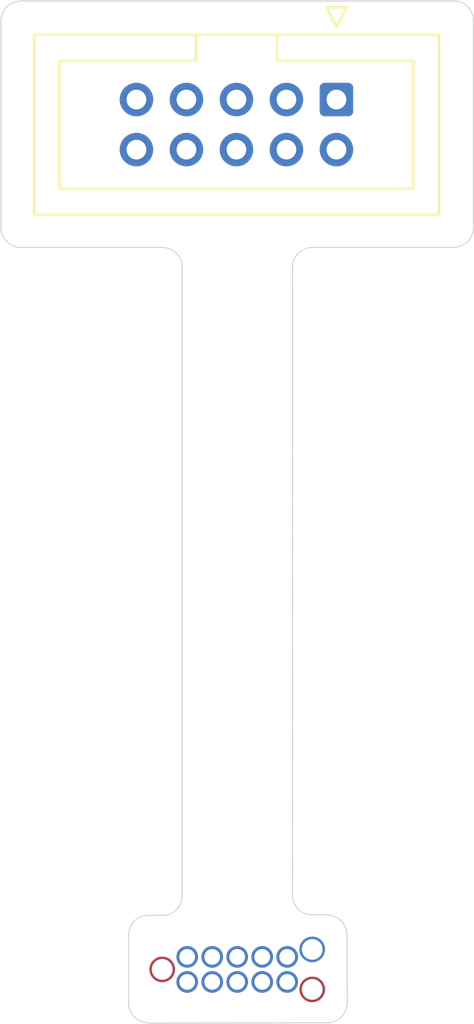
<source format=kicad_pcb>
(kicad_pcb (version 20241229) (generator "pcbnew") (generator_version "9.0")
  (layers (0 "F.Cu" signal) (2 "B.Cu" signal) (13 "F.Paste" user) (15 "B.Paste" user) (5 "F.SilkS" user "F.Silkscreen") (7 "B.SilkS" user "B.Silkscreen") (1 "F.Mask" user) (3 "B.Mask" user) (25 "Edge.Cuts" user))
  (net 0 "")
  (footprint "Connector_IDC:IDC-Header_2x05_P2.54mm_Vertical" (layer "F.Cu") (at 142.04 47.5 -90)
    (property "Reference" "REF**" (hide yes))
    (property "Value" "IDC-Header_2x05_P2.54mm_Vertical" (hide yes))
    (fp_line (start -3.29 15.37) (end -3.29 -5.21) (stroke (width 0.12)) (layer "F.SilkS"))
    (fp_line (start 5.83 15.37) (end -3.29 15.37) (stroke (width 0.12)) (layer "F.SilkS"))
    (fp_line (start -1.98 14.07) (end -1.98 7.13) (stroke (width 0.12)) (layer "F.SilkS"))
    (fp_line (start 4.52 14.07) (end -1.98 14.07) (stroke (width 0.12)) (layer "F.SilkS"))
    (fp_line (start -1.98 7.13) (end -3.29 7.13) (stroke (width 0.12)) (layer "F.SilkS"))
    (fp_line (start -1.98 7.13) (end -1.98 7.13) (stroke (width 0.12)) (layer "F.SilkS"))
    (fp_line (start -3.29 3.03) (end -1.98 3.03) (stroke (width 0.12)) (layer "F.SilkS"))
    (fp_line (start -1.98 3.03) (end -1.98 -3.91) (stroke (width 0.12)) (layer "F.SilkS"))
    (fp_line (start -4.68 0.5) (end -3.68 0) (stroke (width 0.12)) (layer "F.SilkS"))
    (fp_line (start -3.68 0) (end -4.68 -0.5) (stroke (width 0.12)) (layer "F.SilkS"))
    (fp_line (start -4.68 -0.5) (end -4.68 0.5) (stroke (width 0.12)) (layer "F.SilkS"))
    (fp_line (start -1.98 -3.91) (end 4.52 -3.91) (stroke (width 0.12)) (layer "F.SilkS"))
    (fp_line (start 4.52 -3.91) (end 4.52 14.07) (stroke (width 0.12)) (layer "F.SilkS"))
    (fp_line (start -3.29 -5.21) (end 5.83 -5.21) (stroke (width 0.12)) (layer "F.SilkS"))
    (fp_line (start 5.83 -5.21) (end 5.83 15.37) (stroke (width 0.12)) (layer "F.SilkS"))
    (pad "1" thru_hole roundrect (at 0 0 270) (size 1.7 1.7) (drill 1) (layers "*.Cu" "*.Mask") (roundrect_rratio 0.147059))
    (pad "2" thru_hole circle (at 2.54 0 270) (size 1.7 1.7) (drill 1) (layers "*.Cu" "*.Mask"))
    (pad "3" thru_hole circle (at 0 2.54 270) (size 1.7 1.7) (drill 1) (layers "*.Cu" "*.Mask"))
    (pad "4" thru_hole circle (at 2.54 2.54 270) (size 1.7 1.7) (drill 1) (layers "*.Cu" "*.Mask"))
    (pad "5" thru_hole circle (at 0 5.08 270) (size 1.7 1.7) (drill 1) (layers "*.Cu" "*.Mask"))
    (pad "6" thru_hole circle (at 2.54 5.08 270) (size 1.7 1.7) (drill 1) (layers "*.Cu" "*.Mask"))
    (pad "7" thru_hole circle (at 0 7.62 270) (size 1.7 1.7) (drill 1) (layers "*.Cu" "*.Mask"))
    (pad "8" thru_hole circle (at 2.54 7.62 270) (size 1.7 1.7) (drill 1) (layers "*.Cu" "*.Mask"))
    (pad "9" thru_hole circle (at 0 10.16 270) (size 1.7 1.7) (drill 1) (layers "*.Cu" "*.Mask"))
    (pad "10" thru_hole circle (at 2.54 10.16 270) (size 1.7 1.7) (drill 1) (layers "*.Cu" "*.Mask"))
  )
  (footprint "Needle:Needle_pad" (layer "F.Cu") (at 134.46 90.99)
    (property "Reference" "REF**" (hide yes))
    (property "Value" "Needle_pad" (hide yes))
    (pad "1" thru_hole circle (at 0 0) (size 0.8 0.8) (drill 0.8) (layers "*.Cu" "*.Mask"))
    (pad "1" connect circle (at 0 0) (size 1.1 1.1) (layers "F.Cu" "F.Mask"))
    (pad "1" connect circle (at 0 0) (size 1.1 1.1) (layers "B.Cu" "B.Mask"))
  )
  (footprint "Needle:Needle_pad" (layer "F.Cu") (at 138.27 90.99)
    (property "Reference" "REF**" (hide yes))
    (property "Value" "Needle_pad" (hide yes))
    (pad "1" thru_hole circle (at 0 0) (size 0.8 0.8) (drill 0.8) (layers "*.Cu" "*.Mask"))
    (pad "1" connect circle (at 0 0) (size 1.1 1.1) (layers "F.Cu" "F.Mask"))
    (pad "1" connect circle (at 0 0) (size 1.1 1.1) (layers "B.Cu" "B.Mask"))
  )
  (footprint "Needle:Needle_pad" (layer "F.Cu") (at 139.54 90.99)
    (property "Reference" "REF**" (hide yes))
    (property "Value" "Needle_pad" (hide yes))
    (pad "1" thru_hole circle (at 0 0) (size 0.8 0.8) (drill 0.8) (layers "*.Cu" "*.Mask"))
    (pad "1" connect circle (at 0 0) (size 1.1 1.1) (layers "F.Cu" "F.Mask"))
    (pad "1" connect circle (at 0 0) (size 1.1 1.1) (layers "B.Cu" "B.Mask"))
  )
  (footprint "Needle:Needle_pad" (layer "F.Cu") (at 134.46 92.26)
    (property "Reference" "REF**" (hide yes))
    (property "Value" "Needle_pad" (hide yes))
    (pad "1" thru_hole circle (at 0 0) (size 0.8 0.8) (drill 0.8) (layers "*.Cu" "*.Mask"))
    (pad "1" connect circle (at 0 0) (size 1.1 1.1) (layers "F.Cu" "F.Mask"))
    (pad "1" connect circle (at 0 0) (size 1.1 1.1) (layers "B.Cu" "B.Mask"))
  )
  (footprint "Needle:Needle_pad" (layer "F.Cu") (at 139.54 92.26)
    (property "Reference" "REF**" (hide yes))
    (property "Value" "Needle_pad" (hide yes))
    (pad "1" thru_hole circle (at 0 0) (size 0.8 0.8) (drill 0.8) (layers "*.Cu" "*.Mask"))
    (pad "1" connect circle (at 0 0) (size 1.1 1.1) (layers "F.Cu" "F.Mask"))
    (pad "1" connect circle (at 0 0) (size 1.1 1.1) (layers "B.Cu" "B.Mask"))
  )
  (footprint "Needle:Needle_pad" (layer "F.Cu") (at 133.19 91.625)
    (property "Reference" "REF**" (hide yes))
    (property "Value" "Needle_pad" (hide yes))
    (pad "1" thru_hole circle (at 0 0) (size 1.05 1.05) (drill 1.05) (layers "*.Cu" "*.Mask"))
    (pad "1" connect circle (at 0 0) (size 1.1 1.1) (layers "B.Cu" "B.Mask"))
    (pad "1" connect circle (at 0 0) (size 1.3 1.3) (layers "F.Cu" "F.Mask"))
  )
  (footprint "Needle:Needle_pad" (layer "F.Cu") (at 140.81 90.61)
    (property "Reference" "REF**" (hide yes))
    (property "Value" "Needle_pad" (hide yes))
    (pad "1" thru_hole circle (at 0 0) (size 1.05 1.05) (drill 1.05) (layers "*.Cu" "*.Mask"))
    (pad "1" connect circle (at 0 0) (size 1.3 1.3) (layers "F.Cu" "F.Mask"))
    (pad "1" connect circle (at 0 0) (size 1.3 1.3) (layers "B.Cu" "B.Mask"))
  )
  (footprint "Needle:Needle_pad" (layer "F.Cu") (at 140.81 92.64)
    (property "Reference" "REF**" (hide yes))
    (property "Value" "Needle_pad" (hide yes))
    (pad "1" thru_hole circle (at 0 0) (size 1.05 1.05) (drill 1.05) (layers "*.Cu" "*.Mask"))
    (pad "1" connect circle (at 0 0) (size 1.1 1.1) (layers "B.Cu" "B.Mask"))
    (pad "1" connect circle (at 0 0) (size 1.3 1.3) (layers "F.Cu" "F.Mask"))
  )
  (footprint "Needle:Needle_pad" (layer "F.Cu") (at 135.73 90.99)
    (property "Reference" "REF**" (hide yes))
    (property "Value" "Needle_pad" (hide yes))
    (pad "1" thru_hole circle (at 0 0) (size 0.8 0.8) (drill 0.8) (layers "*.Cu" "*.Mask"))
    (pad "1" connect circle (at 0 0) (size 1.1 1.1) (layers "F.Cu" "F.Mask"))
    (pad "1" connect circle (at 0 0) (size 1.1 1.1) (layers "B.Cu" "B.Mask"))
  )
  (footprint "Needle:Needle_pad" (layer "F.Cu") (at 138.27 92.26)
    (property "Reference" "REF**" (hide yes))
    (property "Value" "Needle_pad" (hide yes))
    (pad "1" thru_hole circle (at 0 0) (size 0.8 0.8) (drill 0.8) (layers "*.Cu" "*.Mask"))
    (pad "1" connect circle (at 0 0) (size 1.1 1.1) (layers "F.Cu" "F.Mask"))
    (pad "1" connect circle (at 0 0) (size 1.1 1.1) (layers "B.Cu" "B.Mask"))
  )
  (footprint "Needle:Needle_pad" (layer "F.Cu") (at 137 92.26)
    (property "Reference" "REF**" (hide yes))
    (property "Value" "Needle_pad" (hide yes))
    (pad "1" thru_hole circle (at 0 0) (size 0.8 0.8) (drill 0.8) (layers "*.Cu" "*.Mask"))
    (pad "1" connect circle (at 0 0) (size 1.1 1.1) (layers "F.Cu" "F.Mask"))
    (pad "1" connect circle (at 0 0) (size 1.1 1.1) (layers "B.Cu" "B.Mask"))
  )
  (footprint "Needle:Needle_pad" (layer "F.Cu") (at 137 90.99)
    (property "Reference" "REF**" (hide yes))
    (property "Value" "Needle_pad" (hide yes))
    (pad "1" thru_hole circle (at 0 0) (size 0.8 0.8) (drill 0.8) (layers "*.Cu" "*.Mask"))
    (pad "1" connect circle (at 0 0) (size 1.1 1.1) (layers "F.Cu" "F.Mask"))
    (pad "1" connect circle (at 0 0) (size 1.1 1.1) (layers "B.Cu" "B.Mask"))
  )
  (footprint "Needle:Needle_pad" (layer "B.Cu") (at 135.73 92.26 180)
    (property "Reference" "REF**" (hide yes))
    (property "Value" "Needle_pad" (hide yes))
    (pad "1" thru_hole circle (at 0 0 180) (size 0.8 0.8) (drill 0.8) (layers "*.Cu" "*.Mask"))
    (pad "1" connect circle (at 0 0 180) (size 1.1 1.1) (layers "F.Cu" "F.Mask"))
    (pad "1" connect circle (at 0 0 180) (size 1.1 1.1) (layers "B.Cu" "B.Mask"))
  )
  (gr_poly (pts (xy 133.202893 88.882893) (xy 132.482893 88.882894) (xy 132.28 88.9) (xy 132.18 88.93) (xy 132.1 88.96) (xy 132.01 89) (xy 131.92 89.05) (xy 131.83 89.12) (xy 131.75 89.19) (xy 131.68 89.28) (xy 131.62 89.38) (xy 131.57 89.48) (xy 131.54 89.56) (xy 131.5 89.71) (xy 131.48 89.8) (xy 131.482894 89.8829) (xy 131.482908 93.332894) (xy 131.49 93.47) (xy 131.52 93.6) (xy 131.54 93.66) (xy 131.58 93.75) (xy 131.62 93.83) (xy 131.69 93.93) (xy 131.775786 94.039989) (xy 131.87 94.12) (xy 131.95 94.17) (xy 132.03 94.21) (xy 132.14 94.26) (xy 132.22 94.29) (xy 132.32 94.32) (xy 132.42 94.34) (xy 132.49 94.35) (xy 141.572894 94.332894) (xy 141.75 94.32) (xy 141.91 94.28) (xy 142.05 94.21) (xy 142.16 94.15) (xy 142.27 94.07) (xy 142.38 93.94) (xy 142.45 93.83) (xy 142.51 93.72) (xy 142.56 93.56) (xy 142.58 93.42) (xy 142.59 93.33) (xy 142.572893 89.857894) (xy 142.57 89.73) (xy 142.55 89.63) (xy 142.52 89.55) (xy 142.48 89.46) (xy 142.44 89.38) (xy 142.39 89.29) (xy 142.32 89.2) (xy 142.25 89.13) (xy 142.19 89.08) (xy 142.12 89.03) (xy 142.04 88.98) (xy 141.95 88.94) (xy 141.84 88.9) (xy 141.75 88.88) (xy 141.63 88.86) (xy 141.53 88.85) (xy 140.8 88.85) (xy 140.64 88.84) (xy 140.46 88.8) (xy 140.31 88.73) (xy 140.13 88.61) (xy 140.03 88.49) (xy 139.93 88.34) (xy 139.87 88.2) (xy 139.84 88.07) (xy 139.81 87.97) (xy 139.81 87.84) (xy 139.807108 56) (xy 139.82 55.83) (xy 139.85 55.69) (xy 139.92 55.53) (xy 140.02 55.39) (xy 140.100004 55.292894) (xy 140.23 55.19) (xy 140.39 55.1) (xy 140.54 55.04) (xy 140.66 55.01) (xy 140.8 55.000034) (xy 148 54.999999) (xy 148.22 54.97) (xy 148.43 54.9) (xy 148.63 54.77) (xy 148.77 54.65) (xy 148.86 54.52) (xy 148.92 54.39) (xy 148.97 54.24) (xy 149 54.06) (xy 149 43.5) (xy 148.99 43.32) (xy 148.95 43.17) (xy 148.89 43.03) (xy 148.8 42.9) (xy 148.707106 42.792893) (xy 148.59 42.68) (xy 148.46 42.6) (xy 148.32 42.54) (xy 148.21 42.51) (xy 148.07 42.5) (xy 126 42.5) (xy 125.81 42.52) (xy 125.68 42.56) (xy 125.56 42.61) (xy 125.44 42.68) (xy 125.3 42.78) (xy 125.17 42.94) (xy 125.09 43.09) (xy 125.04 43.25) (xy 125 43.42) (xy 125 54) (xy 125.02 54.25) (xy 125.1 54.45) (xy 125.292893 54.707106) (xy 125.49 54.87) (xy 125.73 54.97) (xy 125.87 55) (xy 133.2 55) (xy 133.49 55.04) (xy 133.72 55.14) (xy 133.907107 55.292894) (xy 134.06 55.47) (xy 134.15 55.64) (xy 134.19 55.8) (xy 134.2 55.92) (xy 134.2 87.95891) (xy 134.18 88.14) (xy 134.11 88.31) (xy 134.02 88.47) (xy 133.93 88.59) (xy 133.77 88.72) (xy 133.63 88.8) (xy 133.51 88.86) (xy 133.33 88.88)) (stroke (width 0.05)) (fill no) (layer "Edge.Cuts"))
)
</source>
